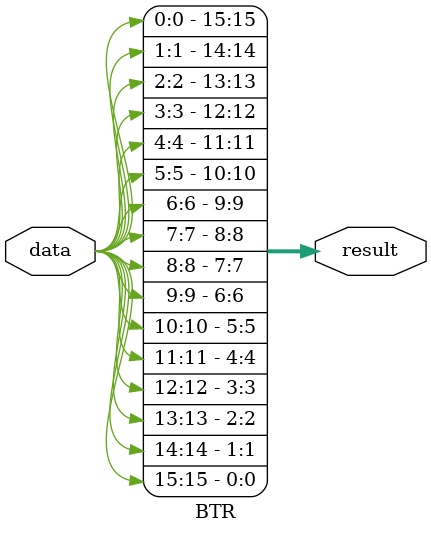
<source format=v>
module BTR(data, result);
    input [15:0] data;
    output wire [15:0] result;

    assign result[0] = data[15];
    assign result[1] = data[14];
    assign result[2] = data[13];
    assign result[3] = data[12];
    assign result[4] = data[11];
    assign result[5] = data[10];
    assign result[6] = data[9];
    assign result[7] = data[8];
    assign result[8] = data[7];
    assign result[9] = data[6];
    assign result[10] = data[5];
    assign result[11] = data[4];
    assign result[12] = data[3];
    assign result[13] = data[2];
    assign result[14] = data[1];
    assign result[15] = data[0];
endmodule
</source>
